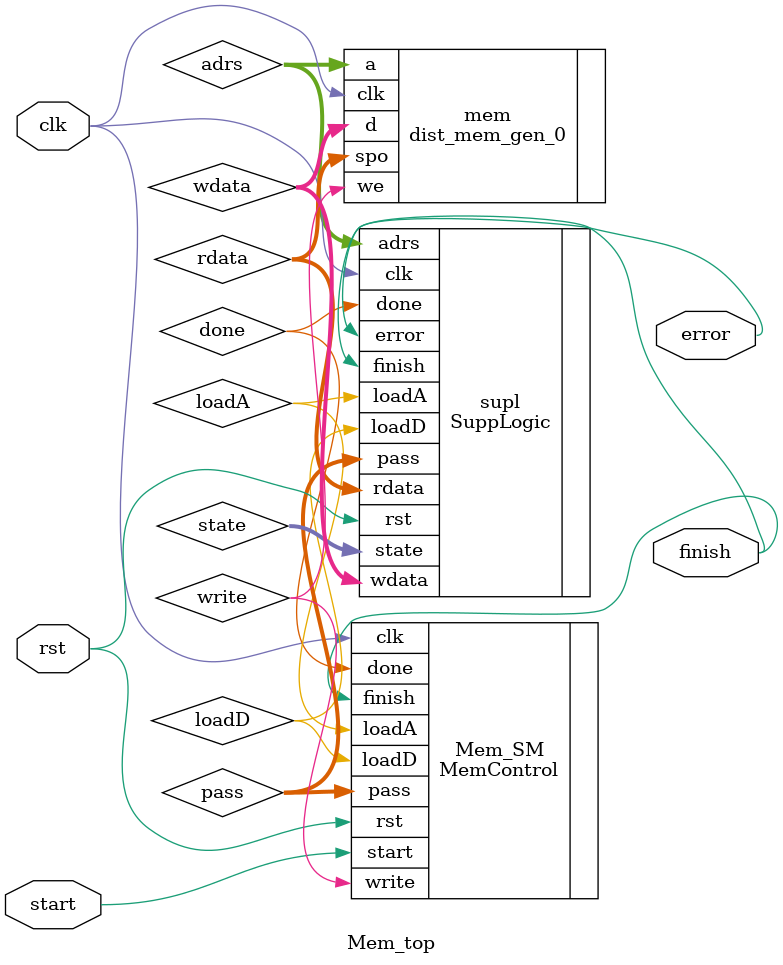
<source format=v>
`timescale 1ns / 1ps


module Mem_top(clk, rst, start, finish, error);

input clk;
input rst;
input start; // begin the memory test

output finish; //memory test finished
output error; // indication of an error

//signal connecting state machine to memory

wire [15:0] rdata; //read data
wire write; //write strobe to memory
wire [14:0] adrs; // adress bus 32K x 16
wire [15:0] wdata; //write data
wire error; // indication of an error

wire done; //one pass complete
wire finish; // testing complete
wire loadA; // load address register
wire loadD; // load data register
wire [2:0] pass; // control the 4 passes
wire [2:0] state; //present state - error checking

// instantiate the memory controller state machine
// my part

MemControl Mem_SM(
.clk    (clk),
.rst    (rst),
.start  (start),
.done   (done),
.finish (finish),
.write  (write),
.loadA  (loadA),
.loadD  (loadD),
.pass   (pass)
//.state  (state)
);

// suplemental logic
//second part deals with inner workings of the memory

SuppLogic supl (
.clk    (clk),
.rst    (rst),
.pass   (pass),
.loadA  (loadA),
.loadD  (loadD),
.wdata   (wdata),
.state  (state),

.adrs   (adrs),
.rdata  (rdata),
.finish (finish),
.error  (error),
.done   (done)
);

//instantiate the memory 32K x 16
//3rd part implemented

dist_mem_gen_0 mem(
.a (adrs),
.d(wdata),
.we(write),
.clk(clk),
.spo(rdata)
);


endmodule

</source>
